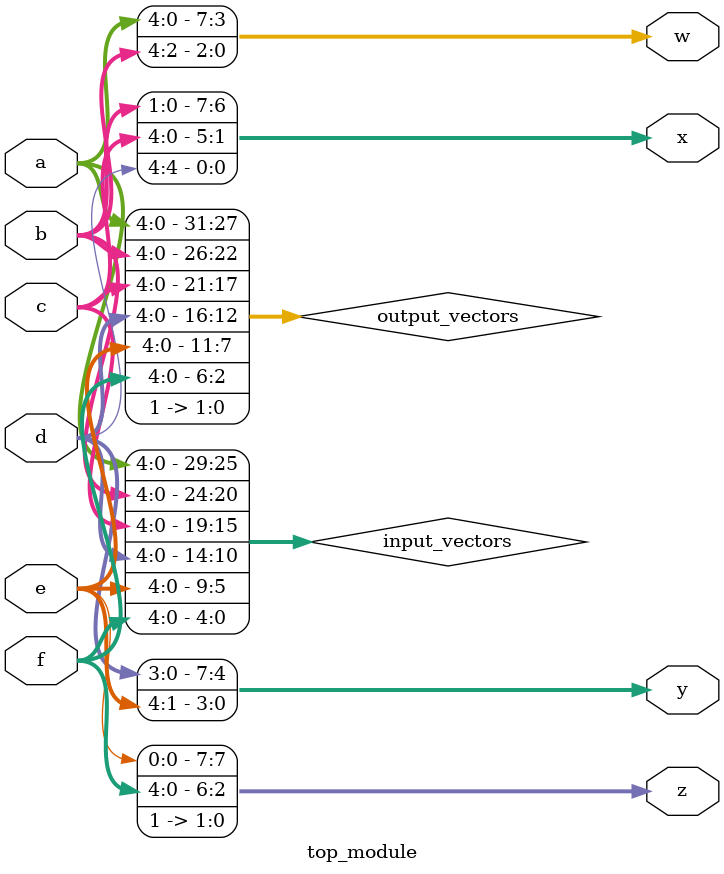
<source format=sv>
module top_module (
  input [4:0] a,
  input [4:0] b,
  input [4:0] c,
  input [4:0] d,
  input [4:0] e,
  input [4:0] f,
  output [7:0] w,
  output [7:0] x,
  output [7:0] y,
  output [7:0] z
);

  // Concatenate the input vectors
  wire [29:0] input_vectors = {a, b, c, d, e, f};
  
  // Add two 1 bits to the LSB positions
  wire [31:0] output_vectors = {input_vectors, 2'b11};
  
  // Split the output_vectors into individual output vectors
  assign {w, x, y, z} = output_vectors;
  
endmodule

</source>
